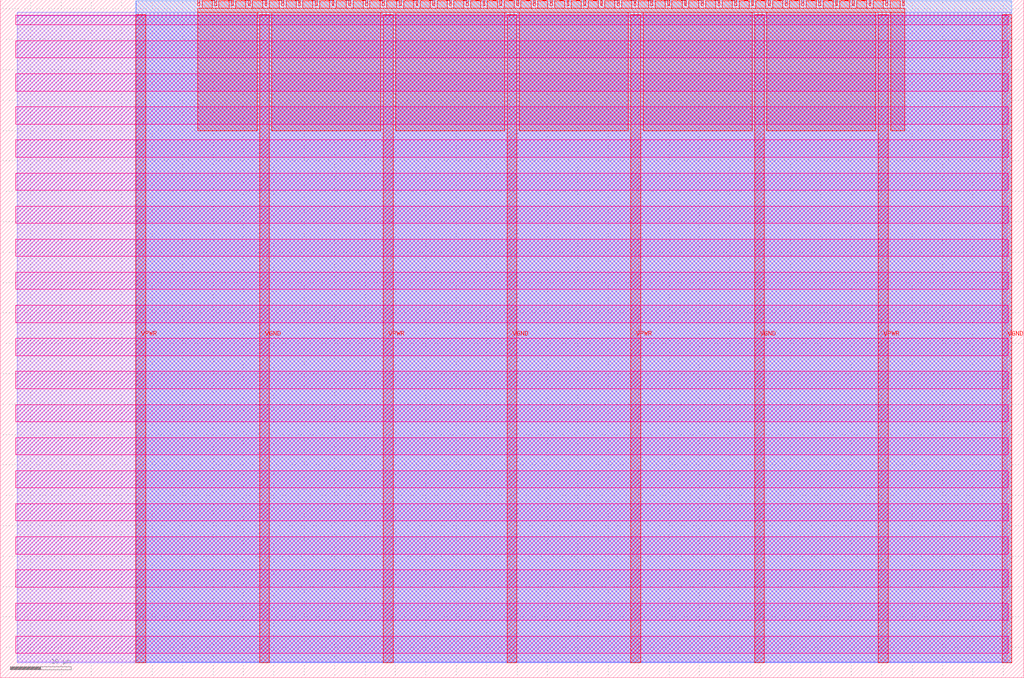
<source format=lef>
VERSION 5.7 ;
  NOWIREEXTENSIONATPIN ON ;
  DIVIDERCHAR "/" ;
  BUSBITCHARS "[]" ;
MACRO tt_um_mabhari_seven_segment_seconds
  CLASS BLOCK ;
  FOREIGN tt_um_mabhari_seven_segment_seconds ;
  ORIGIN 0.000 0.000 ;
  SIZE 168.360 BY 111.520 ;
  PIN VGND
    DIRECTION INOUT ;
    USE GROUND ;
    PORT
      LAYER met4 ;
        RECT 42.670 2.480 44.270 109.040 ;
    END
    PORT
      LAYER met4 ;
        RECT 83.380 2.480 84.980 109.040 ;
    END
    PORT
      LAYER met4 ;
        RECT 124.090 2.480 125.690 109.040 ;
    END
    PORT
      LAYER met4 ;
        RECT 164.800 2.480 166.400 109.040 ;
    END
  END VGND
  PIN VPWR
    DIRECTION INOUT ;
    USE POWER ;
    PORT
      LAYER met4 ;
        RECT 22.315 2.480 23.915 109.040 ;
    END
    PORT
      LAYER met4 ;
        RECT 63.025 2.480 64.625 109.040 ;
    END
    PORT
      LAYER met4 ;
        RECT 103.735 2.480 105.335 109.040 ;
    END
    PORT
      LAYER met4 ;
        RECT 144.445 2.480 146.045 109.040 ;
    END
  END VPWR
  PIN clk
    DIRECTION INPUT ;
    USE SIGNAL ;
    ANTENNAGATEAREA 0.852000 ;
    PORT
      LAYER met4 ;
        RECT 145.670 110.520 145.970 111.520 ;
    END
  END clk
  PIN ena
    DIRECTION INPUT ;
    USE SIGNAL ;
    ANTENNAGATEAREA 0.196500 ;
    PORT
      LAYER met4 ;
        RECT 148.430 110.520 148.730 111.520 ;
    END
  END ena
  PIN rst_n
    DIRECTION INPUT ;
    USE SIGNAL ;
    ANTENNAGATEAREA 0.213000 ;
    PORT
      LAYER met4 ;
        RECT 142.910 110.520 143.210 111.520 ;
    END
  END rst_n
  PIN ui_in[0]
    DIRECTION INPUT ;
    USE SIGNAL ;
    ANTENNAGATEAREA 0.196500 ;
    PORT
      LAYER met4 ;
        RECT 140.150 110.520 140.450 111.520 ;
    END
  END ui_in[0]
  PIN ui_in[1]
    DIRECTION INPUT ;
    USE SIGNAL ;
    ANTENNAGATEAREA 0.196500 ;
    PORT
      LAYER met4 ;
        RECT 137.390 110.520 137.690 111.520 ;
    END
  END ui_in[1]
  PIN ui_in[2]
    DIRECTION INPUT ;
    USE SIGNAL ;
    ANTENNAGATEAREA 0.196500 ;
    PORT
      LAYER met4 ;
        RECT 134.630 110.520 134.930 111.520 ;
    END
  END ui_in[2]
  PIN ui_in[3]
    DIRECTION INPUT ;
    USE SIGNAL ;
    ANTENNAGATEAREA 0.196500 ;
    PORT
      LAYER met4 ;
        RECT 131.870 110.520 132.170 111.520 ;
    END
  END ui_in[3]
  PIN ui_in[4]
    DIRECTION INPUT ;
    USE SIGNAL ;
    ANTENNAGATEAREA 0.196500 ;
    PORT
      LAYER met4 ;
        RECT 129.110 110.520 129.410 111.520 ;
    END
  END ui_in[4]
  PIN ui_in[5]
    DIRECTION INPUT ;
    USE SIGNAL ;
    ANTENNAGATEAREA 0.196500 ;
    PORT
      LAYER met4 ;
        RECT 126.350 110.520 126.650 111.520 ;
    END
  END ui_in[5]
  PIN ui_in[6]
    DIRECTION INPUT ;
    USE SIGNAL ;
    ANTENNAGATEAREA 0.196500 ;
    PORT
      LAYER met4 ;
        RECT 123.590 110.520 123.890 111.520 ;
    END
  END ui_in[6]
  PIN ui_in[7]
    DIRECTION INPUT ;
    USE SIGNAL ;
    ANTENNAGATEAREA 0.196500 ;
    PORT
      LAYER met4 ;
        RECT 120.830 110.520 121.130 111.520 ;
    END
  END ui_in[7]
  PIN uio_in[0]
    DIRECTION INPUT ;
    USE SIGNAL ;
    ANTENNAGATEAREA 0.196500 ;
    PORT
      LAYER met4 ;
        RECT 118.070 110.520 118.370 111.520 ;
    END
  END uio_in[0]
  PIN uio_in[1]
    DIRECTION INPUT ;
    USE SIGNAL ;
    ANTENNAGATEAREA 0.196500 ;
    PORT
      LAYER met4 ;
        RECT 115.310 110.520 115.610 111.520 ;
    END
  END uio_in[1]
  PIN uio_in[2]
    DIRECTION INPUT ;
    USE SIGNAL ;
    PORT
      LAYER met4 ;
        RECT 112.550 110.520 112.850 111.520 ;
    END
  END uio_in[2]
  PIN uio_in[3]
    DIRECTION INPUT ;
    USE SIGNAL ;
    ANTENNAGATEAREA 0.213000 ;
    PORT
      LAYER met4 ;
        RECT 109.790 110.520 110.090 111.520 ;
    END
  END uio_in[3]
  PIN uio_in[4]
    DIRECTION INPUT ;
    USE SIGNAL ;
    PORT
      LAYER met4 ;
        RECT 107.030 110.520 107.330 111.520 ;
    END
  END uio_in[4]
  PIN uio_in[5]
    DIRECTION INPUT ;
    USE SIGNAL ;
    PORT
      LAYER met4 ;
        RECT 104.270 110.520 104.570 111.520 ;
    END
  END uio_in[5]
  PIN uio_in[6]
    DIRECTION INPUT ;
    USE SIGNAL ;
    PORT
      LAYER met4 ;
        RECT 101.510 110.520 101.810 111.520 ;
    END
  END uio_in[6]
  PIN uio_in[7]
    DIRECTION INPUT ;
    USE SIGNAL ;
    PORT
      LAYER met4 ;
        RECT 98.750 110.520 99.050 111.520 ;
    END
  END uio_in[7]
  PIN uio_oe[0]
    DIRECTION OUTPUT TRISTATE ;
    USE SIGNAL ;
    PORT
      LAYER met4 ;
        RECT 51.830 110.520 52.130 111.520 ;
    END
  END uio_oe[0]
  PIN uio_oe[1]
    DIRECTION OUTPUT TRISTATE ;
    USE SIGNAL ;
    PORT
      LAYER met4 ;
        RECT 49.070 110.520 49.370 111.520 ;
    END
  END uio_oe[1]
  PIN uio_oe[2]
    DIRECTION OUTPUT TRISTATE ;
    USE SIGNAL ;
    PORT
      LAYER met4 ;
        RECT 46.310 110.520 46.610 111.520 ;
    END
  END uio_oe[2]
  PIN uio_oe[3]
    DIRECTION OUTPUT TRISTATE ;
    USE SIGNAL ;
    PORT
      LAYER met4 ;
        RECT 43.550 110.520 43.850 111.520 ;
    END
  END uio_oe[3]
  PIN uio_oe[4]
    DIRECTION OUTPUT TRISTATE ;
    USE SIGNAL ;
    PORT
      LAYER met4 ;
        RECT 40.790 110.520 41.090 111.520 ;
    END
  END uio_oe[4]
  PIN uio_oe[5]
    DIRECTION OUTPUT TRISTATE ;
    USE SIGNAL ;
    PORT
      LAYER met4 ;
        RECT 38.030 110.520 38.330 111.520 ;
    END
  END uio_oe[5]
  PIN uio_oe[6]
    DIRECTION OUTPUT TRISTATE ;
    USE SIGNAL ;
    PORT
      LAYER met4 ;
        RECT 35.270 110.520 35.570 111.520 ;
    END
  END uio_oe[6]
  PIN uio_oe[7]
    DIRECTION OUTPUT TRISTATE ;
    USE SIGNAL ;
    PORT
      LAYER met4 ;
        RECT 32.510 110.520 32.810 111.520 ;
    END
  END uio_oe[7]
  PIN uio_out[0]
    DIRECTION OUTPUT TRISTATE ;
    USE SIGNAL ;
    PORT
      LAYER met4 ;
        RECT 73.910 110.520 74.210 111.520 ;
    END
  END uio_out[0]
  PIN uio_out[1]
    DIRECTION OUTPUT TRISTATE ;
    USE SIGNAL ;
    PORT
      LAYER met4 ;
        RECT 71.150 110.520 71.450 111.520 ;
    END
  END uio_out[1]
  PIN uio_out[2]
    DIRECTION OUTPUT TRISTATE ;
    USE SIGNAL ;
    PORT
      LAYER met4 ;
        RECT 68.390 110.520 68.690 111.520 ;
    END
  END uio_out[2]
  PIN uio_out[3]
    DIRECTION OUTPUT TRISTATE ;
    USE SIGNAL ;
    PORT
      LAYER met4 ;
        RECT 65.630 110.520 65.930 111.520 ;
    END
  END uio_out[3]
  PIN uio_out[4]
    DIRECTION OUTPUT TRISTATE ;
    USE SIGNAL ;
    PORT
      LAYER met4 ;
        RECT 62.870 110.520 63.170 111.520 ;
    END
  END uio_out[4]
  PIN uio_out[5]
    DIRECTION OUTPUT TRISTATE ;
    USE SIGNAL ;
    PORT
      LAYER met4 ;
        RECT 60.110 110.520 60.410 111.520 ;
    END
  END uio_out[5]
  PIN uio_out[6]
    DIRECTION OUTPUT TRISTATE ;
    USE SIGNAL ;
    PORT
      LAYER met4 ;
        RECT 57.350 110.520 57.650 111.520 ;
    END
  END uio_out[6]
  PIN uio_out[7]
    DIRECTION OUTPUT TRISTATE ;
    USE SIGNAL ;
    ANTENNADIFFAREA 0.795200 ;
    PORT
      LAYER met4 ;
        RECT 54.590 110.520 54.890 111.520 ;
    END
  END uio_out[7]
  PIN uo_out[0]
    DIRECTION OUTPUT TRISTATE ;
    USE SIGNAL ;
    ANTENNADIFFAREA 0.924000 ;
    PORT
      LAYER met4 ;
        RECT 95.990 110.520 96.290 111.520 ;
    END
  END uo_out[0]
  PIN uo_out[1]
    DIRECTION OUTPUT TRISTATE ;
    USE SIGNAL ;
    ANTENNADIFFAREA 1.484000 ;
    PORT
      LAYER met4 ;
        RECT 93.230 110.520 93.530 111.520 ;
    END
  END uo_out[1]
  PIN uo_out[2]
    DIRECTION OUTPUT TRISTATE ;
    USE SIGNAL ;
    ANTENNADIFFAREA 0.795200 ;
    PORT
      LAYER met4 ;
        RECT 90.470 110.520 90.770 111.520 ;
    END
  END uo_out[2]
  PIN uo_out[3]
    DIRECTION OUTPUT TRISTATE ;
    USE SIGNAL ;
    ANTENNADIFFAREA 0.891000 ;
    PORT
      LAYER met4 ;
        RECT 87.710 110.520 88.010 111.520 ;
    END
  END uo_out[3]
  PIN uo_out[4]
    DIRECTION OUTPUT TRISTATE ;
    USE SIGNAL ;
    ANTENNAGATEAREA 0.495000 ;
    ANTENNADIFFAREA 1.242000 ;
    PORT
      LAYER met4 ;
        RECT 84.950 110.520 85.250 111.520 ;
    END
  END uo_out[4]
  PIN uo_out[5]
    DIRECTION OUTPUT TRISTATE ;
    USE SIGNAL ;
    ANTENNADIFFAREA 1.431000 ;
    PORT
      LAYER met4 ;
        RECT 82.190 110.520 82.490 111.520 ;
    END
  END uo_out[5]
  PIN uo_out[6]
    DIRECTION OUTPUT TRISTATE ;
    USE SIGNAL ;
    ANTENNADIFFAREA 1.484000 ;
    PORT
      LAYER met4 ;
        RECT 79.430 110.520 79.730 111.520 ;
    END
  END uo_out[6]
  PIN uo_out[7]
    DIRECTION OUTPUT TRISTATE ;
    USE SIGNAL ;
    PORT
      LAYER met4 ;
        RECT 76.670 110.520 76.970 111.520 ;
    END
  END uo_out[7]
  OBS
      LAYER nwell ;
        RECT 2.570 107.385 165.790 108.990 ;
        RECT 2.570 101.945 165.790 104.775 ;
        RECT 2.570 96.505 165.790 99.335 ;
        RECT 2.570 91.065 165.790 93.895 ;
        RECT 2.570 85.625 165.790 88.455 ;
        RECT 2.570 80.185 165.790 83.015 ;
        RECT 2.570 74.745 165.790 77.575 ;
        RECT 2.570 69.305 165.790 72.135 ;
        RECT 2.570 63.865 165.790 66.695 ;
        RECT 2.570 58.425 165.790 61.255 ;
        RECT 2.570 52.985 165.790 55.815 ;
        RECT 2.570 47.545 165.790 50.375 ;
        RECT 2.570 42.105 165.790 44.935 ;
        RECT 2.570 36.665 165.790 39.495 ;
        RECT 2.570 31.225 165.790 34.055 ;
        RECT 2.570 25.785 165.790 28.615 ;
        RECT 2.570 20.345 165.790 23.175 ;
        RECT 2.570 14.905 165.790 17.735 ;
        RECT 2.570 9.465 165.790 12.295 ;
        RECT 2.570 4.025 165.790 6.855 ;
      LAYER li1 ;
        RECT 2.760 2.635 165.600 108.885 ;
      LAYER met1 ;
        RECT 2.760 2.480 166.400 109.440 ;
      LAYER met2 ;
        RECT 22.345 2.535 166.370 111.365 ;
      LAYER met3 ;
        RECT 22.325 2.555 166.390 111.345 ;
      LAYER met4 ;
        RECT 33.210 110.120 34.870 111.345 ;
        RECT 35.970 110.120 37.630 111.345 ;
        RECT 38.730 110.120 40.390 111.345 ;
        RECT 41.490 110.120 43.150 111.345 ;
        RECT 44.250 110.120 45.910 111.345 ;
        RECT 47.010 110.120 48.670 111.345 ;
        RECT 49.770 110.120 51.430 111.345 ;
        RECT 52.530 110.120 54.190 111.345 ;
        RECT 55.290 110.120 56.950 111.345 ;
        RECT 58.050 110.120 59.710 111.345 ;
        RECT 60.810 110.120 62.470 111.345 ;
        RECT 63.570 110.120 65.230 111.345 ;
        RECT 66.330 110.120 67.990 111.345 ;
        RECT 69.090 110.120 70.750 111.345 ;
        RECT 71.850 110.120 73.510 111.345 ;
        RECT 74.610 110.120 76.270 111.345 ;
        RECT 77.370 110.120 79.030 111.345 ;
        RECT 80.130 110.120 81.790 111.345 ;
        RECT 82.890 110.120 84.550 111.345 ;
        RECT 85.650 110.120 87.310 111.345 ;
        RECT 88.410 110.120 90.070 111.345 ;
        RECT 91.170 110.120 92.830 111.345 ;
        RECT 93.930 110.120 95.590 111.345 ;
        RECT 96.690 110.120 98.350 111.345 ;
        RECT 99.450 110.120 101.110 111.345 ;
        RECT 102.210 110.120 103.870 111.345 ;
        RECT 104.970 110.120 106.630 111.345 ;
        RECT 107.730 110.120 109.390 111.345 ;
        RECT 110.490 110.120 112.150 111.345 ;
        RECT 113.250 110.120 114.910 111.345 ;
        RECT 116.010 110.120 117.670 111.345 ;
        RECT 118.770 110.120 120.430 111.345 ;
        RECT 121.530 110.120 123.190 111.345 ;
        RECT 124.290 110.120 125.950 111.345 ;
        RECT 127.050 110.120 128.710 111.345 ;
        RECT 129.810 110.120 131.470 111.345 ;
        RECT 132.570 110.120 134.230 111.345 ;
        RECT 135.330 110.120 136.990 111.345 ;
        RECT 138.090 110.120 139.750 111.345 ;
        RECT 140.850 110.120 142.510 111.345 ;
        RECT 143.610 110.120 145.270 111.345 ;
        RECT 146.370 110.120 148.030 111.345 ;
        RECT 32.495 109.440 148.745 110.120 ;
        RECT 32.495 89.935 42.270 109.440 ;
        RECT 44.670 89.935 62.625 109.440 ;
        RECT 65.025 89.935 82.980 109.440 ;
        RECT 85.380 89.935 103.335 109.440 ;
        RECT 105.735 89.935 123.690 109.440 ;
        RECT 126.090 89.935 144.045 109.440 ;
        RECT 146.445 89.935 148.745 109.440 ;
  END
END tt_um_mabhari_seven_segment_seconds
END LIBRARY


</source>
